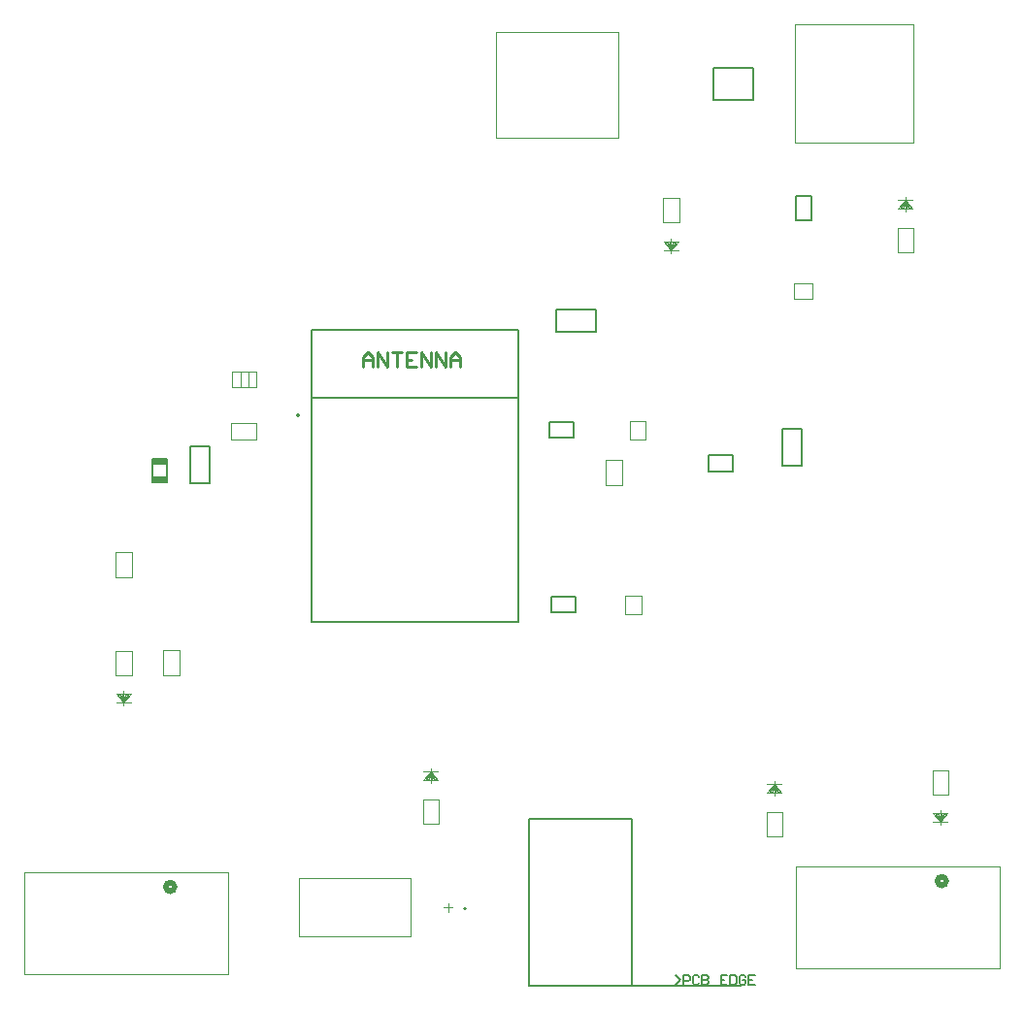
<source format=gbr>
G04*
G04 #@! TF.GenerationSoftware,Altium Limited,Altium Designer,25.3.3 (18)*
G04*
G04 Layer_Color=16711935*
%FSLAX44Y44*%
%MOMM*%
G71*
G04*
G04 #@! TF.SameCoordinates,28098AB9-3807-4A49-8781-5BF9FE85299D*
G04*
G04*
G04 #@! TF.FilePolarity,Positive*
G04*
G01*
G75*
%ADD10C,0.5080*%
%ADD11C,0.2000*%
%ADD13C,0.1000*%
%ADD16C,0.1270*%
%ADD79C,0.0254*%
%ADD80C,0.1692*%
%ADD81C,0.2644*%
G36*
X137310Y447120D02*
Y442120D01*
X124310D01*
Y447120D01*
X137310D01*
D02*
G37*
G36*
Y462120D02*
Y457120D01*
X124310D01*
Y462120D01*
X137310D01*
D02*
G37*
D10*
X143510Y88900D02*
G03*
X143510Y88900I-3810J0D01*
G01*
X816610Y93980D02*
G03*
X816610Y93980I-3810J0D01*
G01*
D11*
X397850Y69850D02*
G03*
X397850Y69850I-1000J0D01*
G01*
X252190Y500380D02*
G03*
X252190Y500380I-1000J0D01*
G01*
D13*
X519800Y439800D02*
X534300D01*
X519800Y461900D02*
X534300D01*
X519800Y439800D02*
Y461900D01*
X534300Y439800D02*
Y461900D01*
X133720Y295530D02*
X148220D01*
X133720Y273430D02*
X148220D01*
Y295530D01*
X133720Y273430D02*
Y295530D01*
X91810Y359150D02*
X106310D01*
X91810Y381250D02*
X106310D01*
X91810Y359150D02*
Y381250D01*
X106310Y359150D02*
Y381250D01*
X192790Y479160D02*
Y493660D01*
X214890Y479160D02*
Y493660D01*
X192790D02*
X214890D01*
X192790Y479160D02*
X214890D01*
X685100Y738440D02*
X788100D01*
X685100Y841440D02*
X788100D01*
Y738440D02*
Y841440D01*
X685100Y738440D02*
Y841440D01*
X423750Y742840D02*
X530250D01*
X423750Y834540D02*
X530250D01*
X423750Y742840D02*
Y834540D01*
X530250Y742840D02*
Y834540D01*
X700150Y601800D02*
Y615800D01*
X684150Y601800D02*
Y615800D01*
X700150D01*
X684150Y601800D02*
X700150D01*
X536560Y343280D02*
X550560D01*
X536560Y327280D02*
X550560D01*
X536560D02*
Y343280D01*
X550560Y327280D02*
Y343280D01*
X540370Y495680D02*
X554370D01*
X540370Y479680D02*
X554370D01*
X540370D02*
Y495680D01*
X554370Y479680D02*
Y495680D01*
D16*
X452800Y2250D02*
X637500D01*
X452800Y2850D02*
Y147950D01*
Y2850D02*
X542800D01*
Y147950D01*
X452800D02*
X542800D01*
X673490Y456440D02*
X690490D01*
X673490Y488440D02*
X690490D01*
X673490Y456440D02*
Y488440D01*
X690490Y456440D02*
Y488440D01*
X124310Y442120D02*
Y462120D01*
X137310D01*
Y442120D02*
Y462120D01*
X124310Y442120D02*
X137310D01*
X613690Y775940D02*
X648690D01*
X613690Y803940D02*
X648690D01*
Y775940D02*
Y803940D01*
X613690Y775940D02*
Y803940D01*
X476530Y573430D02*
X511530D01*
X476530Y592430D02*
X511530D01*
Y573430D02*
Y592430D01*
X476530Y573430D02*
Y592430D01*
X263190Y575280D02*
X443190D01*
Y515280D02*
Y575280D01*
Y320280D02*
Y515280D01*
X263190Y320280D02*
X443190D01*
X263190D02*
Y515280D01*
Y575280D01*
Y515280D02*
X443190D01*
X609060Y465470D02*
X630460D01*
X609060Y451470D02*
X630460D01*
X609060D02*
Y465470D01*
X630460Y451470D02*
Y465470D01*
X699150Y670480D02*
Y691880D01*
X685150Y670480D02*
Y691880D01*
X699150D01*
X685150Y670480D02*
X699150D01*
X471900Y328280D02*
X493300D01*
X471900Y342280D02*
X493300D01*
Y328280D02*
Y342280D01*
X471900Y328280D02*
Y342280D01*
X470630Y480680D02*
X492030D01*
X470630Y494680D02*
X492030D01*
Y480680D02*
Y494680D01*
X470630Y480680D02*
Y494680D01*
X174040Y441200D02*
Y473200D01*
X157040Y441200D02*
Y473200D01*
X174040D01*
X157040Y441200D02*
X174040D01*
D79*
X201041Y525399D02*
Y538861D01*
X193929D02*
X201041D01*
X193929Y525399D02*
Y538861D01*
Y525399D02*
X201041D01*
X207899D02*
Y538861D01*
Y525399D02*
X215011D01*
Y538861D01*
X207899D02*
X215011D01*
X193929Y525399D02*
X215011D01*
Y538861D01*
X193929D02*
X215011D01*
X193929Y525399D02*
Y538861D01*
X378587Y71120D02*
X386207D01*
X382397Y67310D02*
Y74930D01*
X252349Y96266D02*
X349631D01*
X252349Y45974D02*
Y96266D01*
Y45974D02*
X349631D01*
Y96266D01*
X666750Y168148D02*
Y180848D01*
X660400Y178308D02*
X673100D01*
X666750D02*
X673100Y170688D01*
X666750Y178308D02*
X671830Y170688D01*
X666750Y178308D02*
X670560Y170688D01*
X666750Y178308D02*
X669290Y170688D01*
X666750Y178308D02*
X668020Y170688D01*
X660400D02*
X666750Y178308D01*
X661670Y170688D02*
X666750Y178308D01*
X662940Y170688D02*
X666750Y178308D01*
X664210Y170688D02*
X666750Y178308D01*
X665480Y170688D02*
X666750Y178308D01*
X660400Y170688D02*
X673100D01*
X659765Y132969D02*
Y154051D01*
Y132969D02*
X673735D01*
Y154051D01*
X659765D02*
X673735D01*
X781050Y678243D02*
Y690944D01*
X774700Y688403D02*
X787400D01*
X781050D02*
X787400Y680783D01*
X781050Y688403D02*
X786130Y680783D01*
X781050Y688403D02*
X784860Y680783D01*
X781050Y688403D02*
X783590Y680783D01*
X781050Y688403D02*
X782320Y680783D01*
X774700D02*
X781050Y688403D01*
X775970Y680783D02*
X781050Y688403D01*
X777240Y680783D02*
X781050Y688403D01*
X778510Y680783D02*
X781050Y688403D01*
X779780Y680783D02*
X781050Y688403D01*
X774700Y680783D02*
X787400D01*
X774065Y643064D02*
Y664146D01*
Y643064D02*
X788035D01*
Y664146D01*
X774065D02*
X788035D01*
X99060Y247142D02*
Y259842D01*
X92710Y249682D02*
X105410D01*
X92710Y257302D02*
X99060Y249682D01*
X93980Y257302D02*
X99060Y249682D01*
X95250Y257302D02*
X99060Y249682D01*
X96520Y257302D02*
X99060Y249682D01*
X97790Y257302D02*
X99060Y249682D01*
X105410Y257302D01*
X99060Y249682D02*
X104140Y257302D01*
X99060Y249682D02*
X102870Y257302D01*
X99060Y249682D02*
X101600Y257302D01*
X99060Y249682D02*
X100330Y257302D01*
X92710D02*
X105410D01*
X106045Y273939D02*
Y295021D01*
X92075D02*
X106045D01*
X92075Y273939D02*
Y295021D01*
Y273939D02*
X106045D01*
X811530Y143002D02*
Y155702D01*
X805180Y145542D02*
X817880D01*
X805180Y153162D02*
X811530Y145542D01*
X806450Y153162D02*
X811530Y145542D01*
X807720Y153162D02*
X811530Y145542D01*
X808990Y153162D02*
X811530Y145542D01*
X810260Y153162D02*
X811530Y145542D01*
X817880Y153162D01*
X811530Y145542D02*
X816610Y153162D01*
X811530Y145542D02*
X815340Y153162D01*
X811530Y145542D02*
X814070Y153162D01*
X811530Y145542D02*
X812800Y153162D01*
X805180D02*
X817880D01*
X818515Y169799D02*
Y190881D01*
X804545D02*
X818515D01*
X804545Y169799D02*
Y190881D01*
Y169799D02*
X818515D01*
X367030Y179578D02*
Y192278D01*
X360680Y189738D02*
X373380D01*
X367030D02*
X373380Y182118D01*
X367030Y189738D02*
X372110Y182118D01*
X367030Y189738D02*
X370840Y182118D01*
X367030Y189738D02*
X369570Y182118D01*
X367030Y189738D02*
X368300Y182118D01*
X360680D02*
X367030Y189738D01*
X361950Y182118D02*
X367030Y189738D01*
X363220Y182118D02*
X367030Y189738D01*
X364490Y182118D02*
X367030Y189738D01*
X365760Y182118D02*
X367030Y189738D01*
X360680Y182118D02*
X373380D01*
X360045Y144399D02*
Y165481D01*
Y144399D02*
X374015D01*
Y165481D01*
X360045D02*
X374015D01*
X576580Y642112D02*
Y654812D01*
X570230Y644652D02*
X582930D01*
X570230Y652272D02*
X576580Y644652D01*
X571500Y652272D02*
X576580Y644652D01*
X572770Y652272D02*
X576580Y644652D01*
X574040Y652272D02*
X576580Y644652D01*
X575310Y652272D02*
X576580Y644652D01*
X582930Y652272D01*
X576580Y644652D02*
X581660Y652272D01*
X576580Y644652D02*
X580390Y652272D01*
X576580Y644652D02*
X579120Y652272D01*
X576580Y644652D02*
X577850Y652272D01*
X570230D02*
X582930D01*
X583565Y668909D02*
Y689991D01*
X569595D02*
X583565D01*
X569595Y668909D02*
Y689991D01*
Y668909D02*
X583565D01*
X190500Y12700D02*
Y101600D01*
X12700Y12700D02*
X190500D01*
X12700D02*
Y101600D01*
X190500D01*
X863600Y17780D02*
Y106680D01*
X685800Y17780D02*
X863600D01*
X685800D02*
Y106680D01*
X863600D01*
D80*
X580800Y3850D02*
X584863Y7913D01*
X580800Y11975D01*
X587571Y3850D02*
Y11975D01*
X591634D01*
X592988Y10621D01*
Y7913D01*
X591634Y6558D01*
X587571D01*
X601113Y10621D02*
X599759Y11975D01*
X597051D01*
X595696Y10621D01*
Y5204D01*
X597051Y3850D01*
X599759D01*
X601113Y5204D01*
X603822Y11975D02*
Y3850D01*
X607885D01*
X609239Y5204D01*
Y6558D01*
X607885Y7913D01*
X603822D01*
X607885D01*
X609239Y9267D01*
Y10621D01*
X607885Y11975D01*
X603822D01*
X625490D02*
X620073D01*
Y3850D01*
X625490D01*
X620073Y7913D02*
X622781D01*
X628198Y11975D02*
Y3850D01*
X632261D01*
X633615Y5204D01*
Y10621D01*
X632261Y11975D01*
X628198D01*
X641740Y10621D02*
X640386Y11975D01*
X637678D01*
X636323Y10621D01*
Y5204D01*
X637678Y3850D01*
X640386D01*
X641740Y5204D01*
Y7913D01*
X639032D01*
X649866Y11975D02*
X644449D01*
Y3850D01*
X649866D01*
X644449Y7913D02*
X647157D01*
D81*
X308190Y542780D02*
Y551244D01*
X312422Y555476D01*
X316654Y551244D01*
Y542780D01*
Y549128D01*
X308190D01*
X320886Y542780D02*
Y555476D01*
X329350Y542780D01*
Y555476D01*
X333582D02*
X342046D01*
X337814D01*
Y542780D01*
X354742Y555476D02*
X346278D01*
Y542780D01*
X354742D01*
X346278Y549128D02*
X350510D01*
X358974Y542780D02*
Y555476D01*
X367438Y542780D01*
Y555476D01*
X371669Y542780D02*
Y555476D01*
X380133Y542780D01*
Y555476D01*
X384365Y542780D02*
Y551244D01*
X388597Y555476D01*
X392829Y551244D01*
Y542780D01*
Y549128D01*
X384365D01*
M02*

</source>
